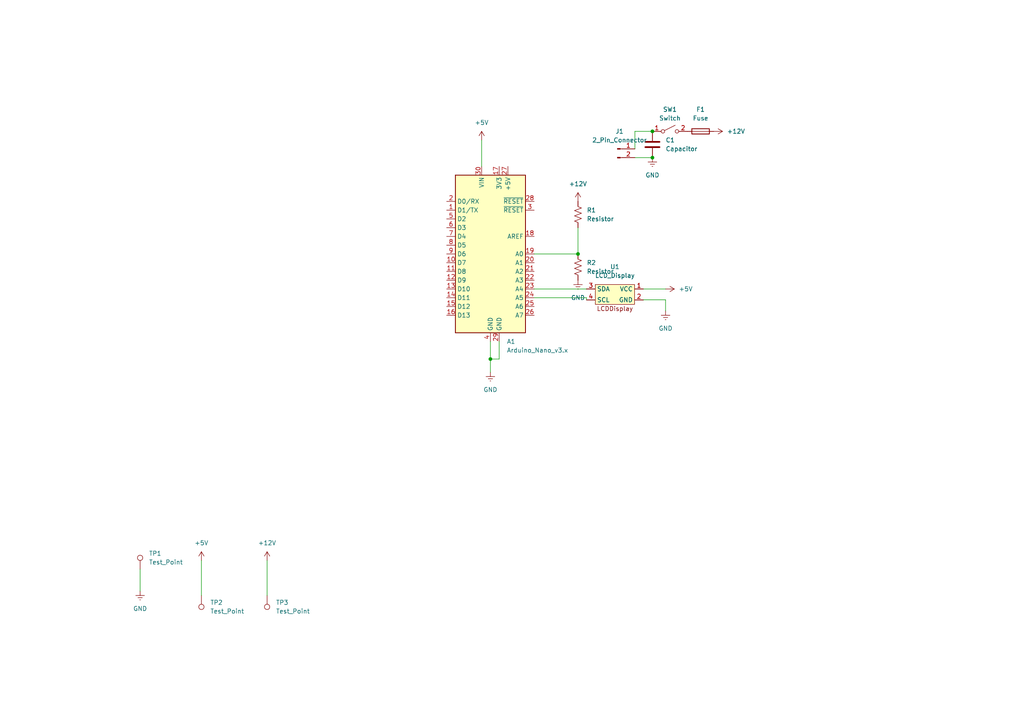
<source format=kicad_sch>
(kicad_sch (version 20231120) (generator "eeschema") (generator_version "8.0")
  (paper "A4")
  (lib_symbols
    (symbol "URC:+12V" (power) (pin_names (offset 0))
      (property "Value" "+12V" (at 0 3.556 0))
      (symbol "+12V_0_1"
        (polyline (pts (xy -0.762 1.27) (xy 0 2.54)))
        (polyline (pts (xy 0 0) (xy 0 2.54)))
        (polyline (pts (xy 0 2.54) (xy 0.762 1.27)))
      )
      (symbol "+12V_1_1"
        (pin power_in line (at 0 0 90) (length 0) hide (name "+12V") (number "1"))
      )
    )
    (symbol "URC:+5V" (power) (pin_names (offset 0))
      (property "Value" "+5V" (at 0 3.556 0))
      (symbol "+5V_0_1"
        (polyline (pts (xy -0.762 1.27) (xy 0 2.54)))
        (polyline (pts (xy 0 0) (xy 0 2.54)))
        (polyline (pts (xy 0 2.54) (xy 0.762 1.27)))
      )
      (symbol "+5V_1_1"
        (pin power_in line (at 0 0 90) (length 0) hide (name "+5V") (number "1"))
      )
    )
    (symbol "URC:2_Pin_Connector" (pin_names (offset 1.016) hide)
      (property "Reference" "J" (at 0 2.54 0))
      (property "Value" "2_Pin_Connector" (at 0 -5.08 0))
      (symbol "2_Pin_Connector_1_1"
        (polyline (pts (xy 1.27 -2.54) (xy 0.8636 -2.54)) (stroke (width 0.1524)))
        (polyline (pts (xy 1.27 0) (xy 0.8636 0)) (stroke (width 0.1524)))
        (rectangle (start 0.8636 -2.413) (end 0 -2.667) (stroke (width 0.1524)) (fill (type outline)))
        (rectangle (start 0.8636 0.127) (end 0 -0.127) (stroke (width 0.1524)) (fill (type outline)))
        (pin passive line (at 5.08 0 180) (length 3.81) (name "Pin_1") (number "1"))
        (pin passive line (at 5.08 -2.54 180) (length 3.81) (name "Pin_2") (number "2"))
      )
    )
    (symbol "URC:Arduino_Nano_v3.x"
      (property "Reference" "A1" (at 4.7341 -25.4 0))
      (property "Value" "Arduino_Nano_v3.x" (at 4.7341 -27.94 0))
      (symbol "Arduino_Nano_v3.x_0_1"
        (rectangle (start -10.16 22.86) (end 10.16 -22.86) (stroke (width 0.254)) (fill (type background)))
      )
      (symbol "Arduino_Nano_v3.x_1_1"
        (pin bidirectional line (at -12.7 12.7 0) (length 2.54) (name "D1/TX") (number "1"))
        (pin bidirectional line (at -12.7 -2.54 0) (length 2.54) (name "D7") (number "10"))
        (pin bidirectional line (at -12.7 -5.08 0) (length 2.54) (name "D8") (number "11"))
        (pin bidirectional line (at -12.7 -7.62 0) (length 2.54) (name "D9") (number "12"))
        (pin bidirectional line (at -12.7 -10.16 0) (length 2.54) (name "D10") (number "13"))
        (pin bidirectional line (at -12.7 -12.7 0) (length 2.54) (name "D11") (number "14"))
        (pin bidirectional line (at -12.7 -15.24 0) (length 2.54) (name "D12") (number "15"))
        (pin bidirectional line (at -12.7 -17.78 0) (length 2.54) (name "D13") (number "16"))
        (pin power_out line (at 2.54 25.4 270) (length 2.54) (name "3V3") (number "17"))
        (pin input line (at 12.7 5.08 180) (length 2.54) (name "AREF") (number "18"))
        (pin bidirectional line (at 12.7 0 180) (length 2.54) (name "A0") (number "19"))
        (pin bidirectional line (at -12.7 15.24 0) (length 2.54) (name "D0/RX") (number "2"))
        (pin bidirectional line (at 12.7 -2.54 180) (length 2.54) (name "A1") (number "20"))
        (pin bidirectional line (at 12.7 -5.08 180) (length 2.54) (name "A2") (number "21"))
        (pin bidirectional line (at 12.7 -7.62 180) (length 2.54) (name "A3") (number "22"))
        (pin bidirectional line (at 12.7 -10.16 180) (length 2.54) (name "A4") (number "23"))
        (pin bidirectional line (at 12.7 -12.7 180) (length 2.54) (name "A5") (number "24"))
        (pin bidirectional line (at 12.7 -15.24 180) (length 2.54) (name "A6") (number "25"))
        (pin bidirectional line (at 12.7 -17.78 180) (length 2.54) (name "A7") (number "26"))
        (pin power_out line (at 5.08 25.4 270) (length 2.54) (name "+5V") (number "27"))
        (pin input line (at 12.7 15.24 180) (length 2.54) (name "~{RESET}") (number "28"))
        (pin power_in line (at 2.54 -25.4 90) (length 2.54) (name "GND") (number "29"))
        (pin input line (at 12.7 12.7 180) (length 2.54) (name "~{RESET}") (number "3"))
        (pin power_in line (at -2.54 25.4 270) (length 2.54) (name "VIN") (number "30"))
        (pin power_in line (at 0 -25.4 90) (length 2.54) (name "GND") (number "4"))
        (pin bidirectional line (at -12.7 10.16 0) (length 2.54) (name "D2") (number "5"))
        (pin bidirectional line (at -12.7 7.62 0) (length 2.54) (name "D3") (number "6"))
        (pin bidirectional line (at -12.7 5.08 0) (length 2.54) (name "D4") (number "7"))
        (pin bidirectional line (at -12.7 2.54 0) (length 2.54) (name "D5") (number "8"))
        (pin bidirectional line (at -12.7 0 0) (length 2.54) (name "D6") (number "9"))
      )
    )
    (symbol "URC:Capacitor" (pin_numbers hide) (pin_names (offset 0.254))
      (property "Reference" "C" (at 0.635 2.54 0))
      (property "Value" "Capacitor" (at 0.635 -2.54 0))
      (symbol "Capacitor_0_1"
        (polyline (pts (xy -2.032 -0.762) (xy 2.032 -0.762)) (stroke (width 0.508)))
        (polyline (pts (xy -2.032 0.762) (xy 2.032 0.762)) (stroke (width 0.508)))
      )
      (symbol "Capacitor_1_1"
        (pin passive line (at 0 3.81 270) (length 2.794) (name "~") (number "1"))
        (pin passive line (at 0 -3.81 90) (length 2.794) (name "~") (number "2"))
      )
    )
    (symbol "URC:Fuse" (pin_numbers hide) (pin_names (offset 0))
      (property "Reference" "F" (at 2.032 0 90))
      (property "Value" "Fuse" (at -1.905 0 90))
      (symbol "Fuse_0_1"
        (rectangle (start -0.762 -2.54) (end 0.762 2.54) (stroke (width 0.254)))
        (polyline (pts (xy 0 2.54) (xy 0 -2.54)))
      )
      (symbol "Fuse_1_1"
        (pin passive line (at 0 3.81 270) (length 1.27) (name "~") (number "1"))
        (pin passive line (at 0 -3.81 90) (length 1.27) (name "~") (number "2"))
      )
    )
    (symbol "URC:GND" (power) (pin_names (offset 0))
      (property "Value" "GND" (at 0 -3.81 0))
      (symbol "GND_0_1"
        (polyline (pts (xy -0.635 -1.905) (xy 0.635 -1.905)))
        (polyline (pts (xy -0.127 -2.54) (xy 0.127 -2.54)))
        (polyline (pts (xy 0 -1.27) (xy 0 0)))
        (polyline (pts (xy 1.27 -1.27) (xy -1.27 -1.27)))
      )
      (symbol "GND_1_1"
        (pin power_in line (at 0 0 270) (length 0) hide (name "GND") (number "1"))
      )
    )
    (symbol "URC:LCD_Display"
      (property "Reference" "U" (at 0 0.635 0))
      (property "Value" "LCD_Display" (at 0 0 0))
      (symbol "LCD_Display_1_1"
        (rectangle (start -5.715 -0.635) (end 5.715 -6.35) (fill (type background)))
        (text "LCDDisplay" (at 0 -7.62 0) (effects (font (size 1.27 1.27))))
        (pin passive line (at 8.255 -1.905 180) (length 2.54) (name "VCC") (number "1"))
        (pin passive line (at 8.255 -5.08 180) (length 2.54) (name "GND") (number "2"))
        (pin passive line (at -8.255 -1.905 0) (length 2.54) (name "SDA") (number "3"))
        (pin passive line (at -8.255 -5.08 0) (length 2.54) (name "SCL") (number "4"))
      )
    )
    (symbol "URC:Resistor" (pin_numbers hide) (pin_names (offset 0))
      (property "Reference" "R" (at 2.54 0 90))
      (property "Value" "Resistor" (at -2.54 0 90))
      (symbol "Resistor_0_1"
        (polyline (pts (xy 0 -2.286) (xy 0 -2.54)))
        (polyline (pts (xy 0 2.286) (xy 0 2.54)))
        (polyline (pts (xy 0 -0.762) (xy 1.016 -1.143) (xy 0 -1.524) (xy -1.016 -1.905) (xy 0 -2.286)))
        (polyline (pts (xy 0 0.762) (xy 1.016 0.381) (xy 0 0) (xy -1.016 -0.381) (xy 0 -0.762)))
        (polyline (pts (xy 0 2.286) (xy 1.016 1.905) (xy 0 1.524) (xy -1.016 1.143) (xy 0 0.762)))
      )
      (symbol "Resistor_1_1"
        (pin passive line (at 0 3.81 270) (length 1.27) (name "~") (number "1"))
        (pin passive line (at 0 -3.81 90) (length 1.27) (name "~") (number "2"))
      )
    )
    (symbol "URC:Switch" (pin_names (offset 0) hide)
      (property "Reference" "SW" (at 0 3.175 0))
      (property "Value" "Switch" (at 0 -2.54 0))
      (symbol "Switch_0_0"
        (circle (center -2.032 0) (radius 0.508))
        (polyline (pts (xy -1.524 0.254) (xy 1.524 1.778)))
        (circle (center 2.032 0) (radius 0.508))
      )
      (symbol "Switch_1_1"
        (pin passive line (at -5.08 0 0) (length 2.54) (name "A") (number "1"))
        (pin passive line (at 5.08 0 180) (length 2.54) (name "B") (number "2"))
      )
    )
    (symbol "URC:Test_Point" (pin_numbers hide) (pin_names (offset 0.762) hide)
      (property "Reference" "TP" (at 0 6.858 0))
      (property "Value" "Test_Point" (at 0 5.08 0))
      (symbol "Test_Point_0_1"
        (circle (center 0 3.302) (radius 0.762))
      )
      (symbol "Test_Point_1_1"
        (pin passive line (at 0 0 90) (length 2.54) (name "1") (number "1"))
      )
    )
  )
  (junction (at 189.23 38.1))
  (junction (at 142.24 104.14))
  (junction (at 167.64 73.66))
  (junction (at 189.23 45.72))
  (wire (pts (xy 154.94 73.66) (xy 167.64 73.66)))
  (wire (pts (xy 142.24 104.14) (xy 142.24 107.95)))
  (wire (pts (xy 170.1009 83.82) (xy 170.1009 83.815)))
  (wire (pts (xy 154.94 83.82) (xy 170.1009 83.82)))
  (wire (pts (xy 186.6109 86.99) (xy 186.6109 86.9558)))
  (wire (pts (xy 167.64 66.04) (xy 167.64 73.66)))
  (wire (pts (xy 184.15 43.18) (xy 184.15 38.1)))
  (wire (pts (xy 170.1009 86.36) (xy 170.1009 86.99)))
  (wire (pts (xy 186.69 83.82) (xy 193.04 83.82)))
  (wire (pts (xy 77.47 162.56) (xy 77.47 172.72)))
  (wire (pts (xy 40.64 165.1) (xy 40.64 171.45)))
  (wire (pts (xy 58.42 162.56) (xy 58.42 172.72)))
  (wire (pts (xy 193.04 86.9558) (xy 193.04 90.17)))
  (wire (pts (xy 142.24 104.14) (xy 144.78 104.14)))
  (wire (pts (xy 184.15 45.72) (xy 189.23 45.72)))
  (wire (pts (xy 139.7 40.64) (xy 139.7 48.26)))
  (wire (pts (xy 186.6109 86.9558) (xy 193.04 86.9558)))
  (wire (pts (xy 184.15 38.1) (xy 189.23 38.1)))
  (wire (pts (xy 142.24 99.06) (xy 142.24 104.14)))
  (wire (pts (xy 144.78 99.06) (xy 144.78 104.14)))
  (wire (pts (xy 154.94 86.36) (xy 170.1009 86.36)))
  (symbol (lib_id "URC:Capacitor") (at 189.23 41.91 0) (unit 1)
    (property "Reference" "C1" (at 193.04 40.6399 0) (effects (justify left)))
    (property "Value" "Capacitor" (at 193.04 43.1799 0) (effects (justify left)))
    (property "Description" "Unpolarized capacitor" (effects (hide yes)))
  )
  (symbol (lib_id "URC:+12V") (at 207.01 38.1 270) (unit 1)
    (property "Reference" "#PWR011" (effects (hide yes)))
    (property "Value" "+12V" (at 210.82 38.0999 90) (effects (justify left)))
    (property "Description" "Power symbol creates a global label with name \"+12V\"" (effects (hide yes)))
  )
  (symbol (lib_id "URC:GND") (at 189.23 45.72 0) (unit 1)
    (property "Reference" "#PWR010" (effects (hide yes)))
    (property "Value" "GND" (at 189.23 50.8 0))
    (property "Description" "Power symbol creates a global label with name \"GNDREF\" , reference supply ground" (effects (hide yes)))
  )
  (symbol (lib_id "URC:GND") (at 167.64 81.28 0) (unit 1)
    (property "Reference" "#PWR08" (effects (hide yes)))
    (property "Value" "GND" (at 167.64 86.36 0))
    (property "Description" "Power symbol creates a global label with name \"GNDREF\" , reference supply ground" (effects (hide yes)))
  )
  (symbol (lib_id "URC:Test_Point") (at 58.42 172.72 180) (unit 1)
    (property "Reference" "TP2" (at 60.96 174.7519 0) (effects (justify right)))
    (property "Value" "Test_Point" (at 60.96 177.2919 0) (effects (justify right)))
    (property "Description" "test point" (effects (hide yes)))
  )
  (symbol (lib_id "URC:Resistor") (at 167.64 62.23 0) (unit 1)
    (property "Reference" "R1" (at 170.18 60.9599 0) (effects (justify left)))
    (property "Value" "Resistor" (at 170.18 63.4999 0) (effects (justify left)))
    (property "Description" "Resistor, US symbol" (effects (hide yes)))
  )
  (symbol (lib_id "URC:LCD_Display") (at 178.3559 81.91 0) (unit 1)
    (property "Reference" "U1" (at 178.3559 77.3765 0))
    (property "Value" "LCD_Display" (at 178.3559 79.9165 0))
  )
  (symbol (lib_id "URC:GND") (at 40.64 171.45 0) (unit 1)
    (property "Reference" "#PWR01" (effects (hide yes)))
    (property "Value" "GND" (at 40.64 176.53 0))
  )
  (symbol (lib_id "URC:Test_Point") (at 77.47 172.72 180) (unit 1)
    (property "Reference" "TP3" (at 80.01 174.7519 0) (effects (justify right)))
    (property "Value" "Test_Point" (at 80.01 177.2919 0) (effects (justify right)))
    (property "Description" "test point" (effects (hide yes)))
  )
  (symbol (lib_id "URC:GND") (at 193.04 90.17 0) (unit 1)
    (property "Reference" "#PWR07" (effects (hide yes)))
    (property "Value" "GND" (at 193.04 95.25 0))
    (property "Description" "Power symbol creates a global label with name \"GNDREF\" , reference supply ground" (effects (hide yes)))
  )
  (symbol (lib_id "URC:Resistor") (at 167.64 77.47 0) (unit 1)
    (property "Reference" "R2" (at 170.18 76.1999 0) (effects (justify left)))
    (property "Value" "Resistor" (at 170.18 78.7399 0) (effects (justify left)))
    (property "Description" "Resistor, US symbol" (effects (hide yes)))
  )
  (symbol (lib_id "URC:Fuse") (at 203.2 38.1 90) (unit 1)
    (property "Reference" "F1" (at 203.2 31.75 90))
    (property "Value" "Fuse" (at 203.2 34.29 90))
    (property "Description" "Fuse" (effects (hide yes)))
  )
  (symbol (lib_id "URC:Arduino_Nano_v3.x") (at 142.24 73.66 0) (unit 1)
    (property "Reference" "A1" (at 146.9741 99.06 0) (effects (justify left)))
    (property "Value" "Arduino_Nano_v3.x" (at 146.9741 101.6 0) (effects (justify left)))
    (property "Footprint" "Module:Arduino_Nano" (effects (hide yes)))
    (property "Datasheet" "http://www.mouser.com/pdfdocs/Gravitech_Arduino_Nano3_0.pdf" (effects (hide yes)))
  )
  (symbol (lib_id "URC:Switch") (at 194.31 38.1 0) (unit 1)
    (property "Reference" "SW1" (at 194.31 31.75 0))
    (property "Value" "Switch" (at 194.31 34.29 0))
    (property "Description" "Single Pole Single Throw (SPST) switch" (effects (hide yes)))
  )
  (symbol (lib_id "URC:2_Pin_Connector") (at 179.07 43.18 0) (unit 1)
    (property "Reference" "J1" (at 179.705 38.1 0))
    (property "Value" "2_Pin_Connector" (at 179.705 40.64 0))
    (property "Description" "Generic connector, single row, 01x02, script generated" (effects (hide yes)))
  )
  (symbol (lib_id "URC:+5V") (at 58.42 162.56 0) (unit 1)
    (property "Reference" "#PWR04" (effects (hide yes)))
    (property "Value" "+5V" (at 58.42 157.48 0))
    (property "Description" "Power symbol creates a global label with name \"+5V\"" (effects (hide yes)))
  )
  (symbol (lib_id "URC:Test_Point") (at 40.64 165.1 0) (unit 1)
    (property "Reference" "TP1" (at 43.18 160.528 0) (effects (justify left)))
    (property "Value" "Test_Point" (at 43.18 163.068 0) (effects (justify left)))
  )
  (symbol (lib_id "URC:+12V") (at 167.64 58.42 0) (unit 1)
    (property "Reference" "#PWR09" (effects (hide yes)))
    (property "Value" "+12V" (at 167.64 53.34 0))
    (property "Description" "Power symbol creates a global label with name \"+12V\"" (effects (hide yes)))
  )
  (symbol (lib_id "URC:GND") (at 142.24 107.95 0) (unit 1)
    (property "Reference" "#PWR03" (effects (hide yes)))
    (property "Value" "GND" (at 142.24 113.03 0))
  )
  (symbol (lib_id "URC:+5V") (at 139.7 40.64 0) (unit 1)
    (property "Reference" "#PWR02" (effects (hide yes)))
    (property "Value" "+5V" (at 139.7 35.56 0))
  )
  (symbol (lib_id "URC:+12V") (at 77.47 162.56 0) (unit 1)
    (property "Reference" "#PWR05" (effects (hide yes)))
    (property "Value" "+12V" (at 77.47 157.48 0))
    (property "Description" "Power symbol creates a global label with name \"+12V\"" (effects (hide yes)))
  )
  (symbol (lib_id "URC:+5V") (at 193.04 83.82 270) (unit 1)
    (property "Reference" "#PWR06" (effects (hide yes)))
    (property "Value" "+5V" (at 196.85 83.8199 90) (effects (justify left)))
    (property "Description" "Power symbol creates a global label with name \"+5V\"" (effects (hide yes)))
  )
)
</source>
